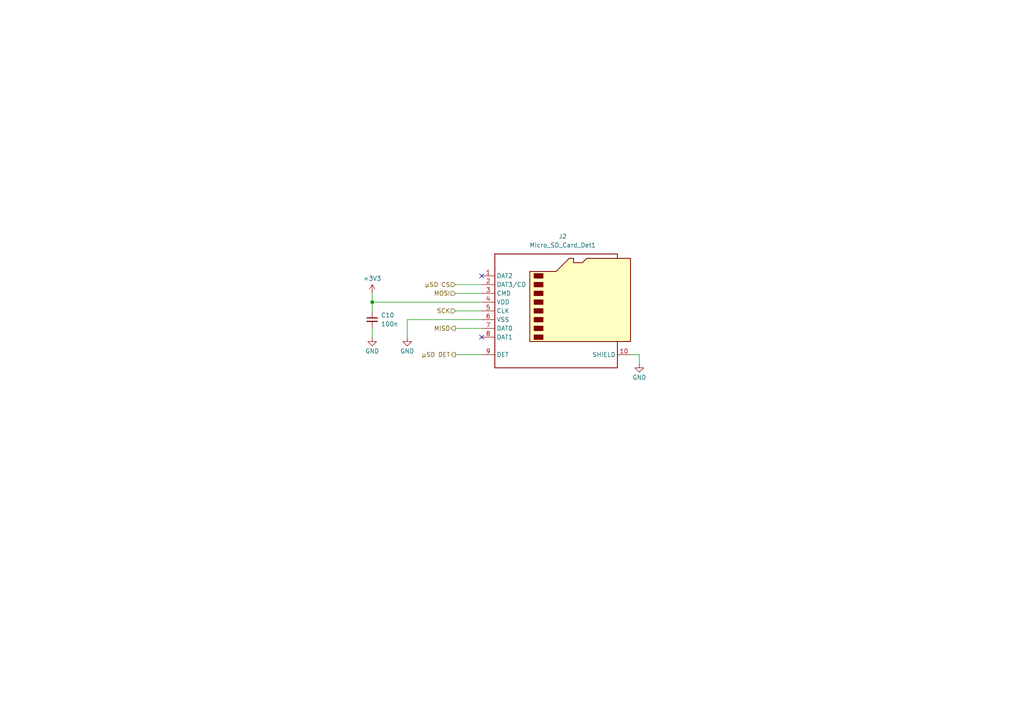
<source format=kicad_sch>
(kicad_sch (version 20250114) (generator "eeschema") (generator_version "9.0")
  (paper "A4")
  (title_block (title "ESP32MP3 devboard") (date "2025-12-08") (rev "Rev 1.0") (company "GiacoBot") (comment 1 "https://github.com/GiacoBot/ESP32MP3"))
  (lib_symbols
    (symbol "Connector:Micro_SD_Card_Det1"
      (property "Reference" "J" (at -16.51 17.78 0))
      (property "Value" "Micro_SD_Card_Det1" (at 16.51 17.78 0))
      (symbol "Micro_SD_Card_Det1_0_1"
        (polyline (pts (xy -8.89 -8.89) (xy -8.89 11.43) (xy -1.27 11.43) (xy 2.54 15.24) (xy 3.81 15.24) (xy 3.81 13.97) (xy 6.35 13.97) (xy 7.62 15.24) (xy 20.32 15.24) (xy 20.32 -8.89) (xy -8.89 -8.89)) (stroke (width 0.254)) (fill (type background)))
        (rectangle (start -7.62 10.795) (end -5.08 9.525) (stroke (width 0.254)) (fill (type outline)))
        (rectangle (start -7.62 8.255) (end -5.08 6.985) (stroke (width 0.254)) (fill (type outline)))
        (rectangle (start -7.62 5.715) (end -5.08 4.445) (stroke (width 0.254)) (fill (type outline)))
        (rectangle (start -7.62 3.175) (end -5.08 1.905) (stroke (width 0.254)) (fill (type outline)))
        (rectangle (start -7.62 0.635) (end -5.08 -0.635) (stroke (width 0.254)) (fill (type outline)))
        (rectangle (start -7.62 -1.905) (end -5.08 -3.175) (stroke (width 0.254)) (fill (type outline)))
        (rectangle (start -7.62 -4.445) (end -5.08 -5.715) (stroke (width 0.254)) (fill (type outline)))
        (rectangle (start -7.62 -6.985) (end -5.08 -8.255) (stroke (width 0.254)) (fill (type outline)))
        (polyline (pts (xy 16.51 15.24) (xy 16.51 16.51) (xy -19.05 16.51) (xy -19.05 -16.51) (xy 16.51 -16.51) (xy 16.51 -8.89)) (stroke (width 0.254)))
      )
      (symbol "Micro_SD_Card_Det1_1_1"
        (pin bidirectional line (at -22.86 10.16 0) (length 3.81) (name "DAT2") (number "1"))
        (pin bidirectional line (at -22.86 7.62 0) (length 3.81) (name "DAT3/CD") (number "2"))
        (pin input line (at -22.86 5.08 0) (length 3.81) (name "CMD") (number "3"))
        (pin power_in line (at -22.86 2.54 0) (length 3.81) (name "VDD") (number "4"))
        (pin input line (at -22.86 0 0) (length 3.81) (name "CLK") (number "5"))
        (pin power_in line (at -22.86 -2.54 0) (length 3.81) (name "VSS") (number "6"))
        (pin bidirectional line (at -22.86 -5.08 0) (length 3.81) (name "DAT0") (number "7"))
        (pin bidirectional line (at -22.86 -7.62 0) (length 3.81) (name "DAT1") (number "8"))
        (pin passive line (at -22.86 -12.7 0) (length 3.81) (name "DET") (number "9"))
        (pin passive line (at 20.32 -12.7 180) (length 3.81) (name "SHIELD") (number "10"))
      )
    )
    (symbol "Device:C_Small" (pin_numbers (hide yes)) (pin_names (offset 0.254) (hide yes))
      (property "Reference" "C" (at 0.254 1.778 0))
      (property "Value" "C_Small" (at 0.254 -2.032 0))
      (symbol "C_Small_0_1"
        (polyline (pts (xy -1.524 0.508) (xy 1.524 0.508)) (stroke (width 0.3048)))
        (polyline (pts (xy -1.524 -0.508) (xy 1.524 -0.508)) (stroke (width 0.3302)))
      )
      (symbol "C_Small_1_1"
        (pin passive line (at 0 2.54 270) (length 2.032) (name "~") (number "1"))
        (pin passive line (at 0 -2.54 90) (length 2.032) (name "~") (number "2"))
      )
    )
    (symbol "power:+3V3" (power) (pin_numbers (hide yes)) (pin_names (offset 0) (hide yes))
      (property "Value" "+3V3" (at 0 3.556 0))
      (symbol "+3V3_0_1"
        (polyline (pts (xy -0.762 1.27) (xy 0 2.54)))
        (polyline (pts (xy 0 2.54) (xy 0.762 1.27)))
        (polyline (pts (xy 0 0) (xy 0 2.54)))
      )
      (symbol "+3V3_1_1"
        (pin power_in line (at 0 0 90) (length 0) (name "~") (number "1"))
      )
    )
    (symbol "power:GND" (power) (pin_numbers (hide yes)) (pin_names (offset 0) (hide yes))
      (property "Value" "GND" (at 0 -3.81 0))
      (symbol "GND_0_1"
        (polyline (pts (xy 0 0) (xy 0 -1.27) (xy 1.27 -1.27) (xy 0 -2.54) (xy -1.27 -1.27) (xy 0 -1.27)))
      )
      (symbol "GND_1_1"
        (pin power_in line (at 0 0 270) (length 0) (name "~") (number "1"))
      )
    )
  )
  (junction (at 107.95 87.63))
  (no_connect (at 139.7 80.01))
  (no_connect (at 139.7 97.79))
  (wire (pts (xy 132.08 95.25) (xy 139.7 95.25)))
  (wire (pts (xy 132.08 90.17) (xy 139.7 90.17)))
  (wire (pts (xy 118.11 92.71) (xy 118.11 97.79)))
  (wire (pts (xy 132.08 82.55) (xy 139.7 82.55)))
  (wire (pts (xy 185.42 102.87) (xy 185.42 105.41)))
  (wire (pts (xy 107.95 95.25) (xy 107.95 97.79)))
  (wire (pts (xy 107.95 85.09) (xy 107.95 87.63)))
  (wire (pts (xy 107.95 87.63) (xy 139.7 87.63)))
  (wire (pts (xy 182.88 102.87) (xy 185.42 102.87)))
  (wire (pts (xy 107.95 87.63) (xy 107.95 90.17)))
  (wire (pts (xy 132.08 102.87) (xy 139.7 102.87)))
  (wire (pts (xy 132.08 85.09) (xy 139.7 85.09)))
  (wire (pts (xy 118.11 92.71) (xy 139.7 92.71)))
  (hierarchical_label "µSD CS" (shape input) (at 132.08 82.55 180))
  (hierarchical_label "MOSI" (shape input) (at 132.08 85.09 180))
  (hierarchical_label "SCK" (shape input) (at 132.08 90.17 180))
  (hierarchical_label "µSD DET" (shape output) (at 132.08 102.87 180))
  (hierarchical_label "MISO" (shape output) (at 132.08 95.25 180))
  (symbol (lib_id "power:GND") (at 107.95 97.79 0) (unit 1)
    (property "Reference" "#PWR040" (effects (hide yes)))
    (property "Value" "GND" (at 107.95 101.854 0))
    (property "Description" "Power symbol creates a global label with name \"GND\" , ground" (effects (hide yes)))
  )
  (symbol (lib_id "power:GND") (at 185.42 105.41 0) (unit 1)
    (property "Reference" "#PWR042" (effects (hide yes)))
    (property "Value" "GND" (at 185.42 109.474 0))
    (property "Description" "Power symbol creates a global label with name \"GND\" , ground" (effects (hide yes)))
  )
  (symbol (lib_id "Device:C_Small") (at 107.95 92.71 0) (unit 1)
    (property "Reference" "C10" (at 110.49 91.4462 0) (effects (justify left)))
    (property "Value" "100n" (at 110.49 93.9862 0) (effects (justify left)))
    (property "Footprint" "Capacitor_SMD:C_0603_1608Metric" (effects (hide yes)))
    (property "Description" "Unpolarized capacitor, small symbol" (effects (hide yes)))
    (property "Part Number" "YAGEO CC0603KRX7R9BB104" (effects (hide yes)))
  )
  (symbol (lib_id "power:GND") (at 118.11 97.79 0) (unit 1)
    (property "Reference" "#PWR041" (effects (hide yes)))
    (property "Value" "GND" (at 118.11 101.854 0))
    (property "Description" "Power symbol creates a global label with name \"GND\" , ground" (effects (hide yes)))
  )
  (symbol (lib_id "Connector:Micro_SD_Card_Det1") (at 162.56 90.17 0) (unit 1)
    (property "Reference" "J2" (at 163.195 68.58 0))
    (property "Value" "Micro_SD_Card_Det1" (at 163.195 71.12 0))
    (property "Footprint" "Library:TF PUSH" (effects (hide yes)))
    (property "Datasheet" "https://datasheet.lcsc.com/lcsc/2110151630_XKB-Connectivity-XKTF-015-N_C381082.pdf" (effects (hide yes)))
    (property "Description" "Micro SD Card Socket with one card detection pin" (effects (hide yes)))
    (property "Part Number" "SHOU HAN TF PUSH" (effects (hide yes)))
  )
  (symbol (lib_id "power:+3V3") (at 107.95 85.09 0) (unit 1)
    (property "Reference" "#PWR039" (effects (hide yes)))
    (property "Value" "+3V3" (at 107.95 80.772 0))
    (property "Description" "Power symbol creates a global label with name \"+3V3\"" (effects (hide yes)))
  )
)
</source>
